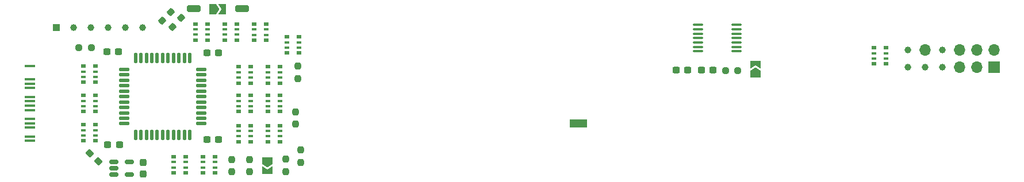
<source format=gbr>
%TF.GenerationSoftware,KiCad,Pcbnew,(6.0.4)*%
%TF.CreationDate,2022-06-19T08:58:44+02:00*%
%TF.ProjectId,n64rgb_v3,6e363472-6762-45f7-9633-2e6b69636164,20220523*%
%TF.SameCoordinates,Original*%
%TF.FileFunction,Soldermask,Top*%
%TF.FilePolarity,Negative*%
%FSLAX46Y46*%
G04 Gerber Fmt 4.6, Leading zero omitted, Abs format (unit mm)*
G04 Created by KiCad (PCBNEW (6.0.4)) date 2022-06-19 08:58:44*
%MOMM*%
%LPD*%
G01*
G04 APERTURE LIST*
G04 Aperture macros list*
%AMRoundRect*
0 Rectangle with rounded corners*
0 $1 Rounding radius*
0 $2 $3 $4 $5 $6 $7 $8 $9 X,Y pos of 4 corners*
0 Add a 4 corners polygon primitive as box body*
4,1,4,$2,$3,$4,$5,$6,$7,$8,$9,$2,$3,0*
0 Add four circle primitives for the rounded corners*
1,1,$1+$1,$2,$3*
1,1,$1+$1,$4,$5*
1,1,$1+$1,$6,$7*
1,1,$1+$1,$8,$9*
0 Add four rect primitives between the rounded corners*
20,1,$1+$1,$2,$3,$4,$5,0*
20,1,$1+$1,$4,$5,$6,$7,0*
20,1,$1+$1,$6,$7,$8,$9,0*
20,1,$1+$1,$8,$9,$2,$3,0*%
%AMFreePoly0*
4,1,6,1.000000,0.000000,0.500000,-0.750000,-0.500000,-0.750000,-0.500000,0.750000,0.500000,0.750000,1.000000,0.000000,1.000000,0.000000,$1*%
%AMFreePoly1*
4,1,6,0.500000,-0.750000,-0.650000,-0.750000,-0.150000,0.000000,-0.650000,0.750000,0.500000,0.750000,0.500000,-0.750000,0.500000,-0.750000,$1*%
G04 Aperture macros list end*
%ADD10C,1.200000*%
%ADD11R,2.540000X1.270000*%
%ADD12RoundRect,0.237500X-0.300000X-0.237500X0.300000X-0.237500X0.300000X0.237500X-0.300000X0.237500X0*%
%ADD13FreePoly0,270.000000*%
%ADD14FreePoly1,270.000000*%
%ADD15RoundRect,0.237500X-0.008839X-0.344715X0.344715X0.008839X0.008839X0.344715X-0.344715X-0.008839X0*%
%ADD16R,0.800000X0.500000*%
%ADD17R,0.800000X0.400000*%
%ADD18RoundRect,0.237500X-0.237500X0.250000X-0.237500X-0.250000X0.237500X-0.250000X0.237500X0.250000X0*%
%ADD19R,1.000000X1.000000*%
%ADD20RoundRect,0.237500X-0.237500X0.300000X-0.237500X-0.300000X0.237500X-0.300000X0.237500X0.300000X0*%
%ADD21RoundRect,0.100000X-0.637500X-0.100000X0.637500X-0.100000X0.637500X0.100000X-0.637500X0.100000X0*%
%ADD22C,1.000000*%
%ADD23RoundRect,0.237500X-0.250000X-0.237500X0.250000X-0.237500X0.250000X0.237500X-0.250000X0.237500X0*%
%ADD24RoundRect,0.237500X0.008839X0.344715X-0.344715X-0.008839X-0.008839X-0.344715X0.344715X0.008839X0*%
%ADD25RoundRect,0.137500X0.137500X-0.600000X0.137500X0.600000X-0.137500X0.600000X-0.137500X-0.600000X0*%
%ADD26RoundRect,0.137500X0.600000X-0.137500X0.600000X0.137500X-0.600000X0.137500X-0.600000X-0.137500X0*%
%ADD27RoundRect,0.237500X0.300000X0.237500X-0.300000X0.237500X-0.300000X-0.237500X0.300000X-0.237500X0*%
%ADD28RoundRect,0.237500X0.237500X-0.250000X0.237500X0.250000X-0.237500X0.250000X-0.237500X-0.250000X0*%
%ADD29FreePoly0,0.000000*%
%ADD30FreePoly1,0.000000*%
%ADD31R,1.700000X1.700000*%
%ADD32O,1.700000X1.700000*%
%ADD33FreePoly0,90.000000*%
%ADD34FreePoly1,90.000000*%
%ADD35RoundRect,0.250000X0.750000X-0.250000X0.750000X0.250000X-0.750000X0.250000X-0.750000X-0.250000X0*%
%ADD36RoundRect,0.237500X0.380070X-0.044194X-0.044194X0.380070X-0.380070X0.044194X0.044194X-0.380070X0*%
%ADD37R,1.350000X0.450000*%
%ADD38C,0.450000*%
%ADD39RoundRect,0.150000X-0.512500X-0.150000X0.512500X-0.150000X0.512500X0.150000X-0.512500X0.150000X0*%
G04 APERTURE END LIST*
D10*
%TO.C,X3*%
X112013879Y-127378000D03*
D11*
X111418879Y-127378000D03*
D10*
X110743879Y-127378000D03*
%TD*%
D12*
%TO.C,C1*%
X56668500Y-129794000D03*
X58393500Y-129794000D03*
%TD*%
D13*
%TO.C,JP9*%
X65600000Y-132895000D03*
D14*
X65600000Y-134345000D03*
%TD*%
D15*
%TO.C,R3*%
X50104765Y-112245235D03*
X51395235Y-110954765D03*
%TD*%
D16*
%TO.C,RN14*%
X65648000Y-127705000D03*
D17*
X65648000Y-128505000D03*
X65648000Y-129305000D03*
D16*
X65648000Y-130105000D03*
X67448000Y-130105000D03*
D17*
X67448000Y-129305000D03*
X67448000Y-128505000D03*
D16*
X67448000Y-127705000D03*
%TD*%
%TO.C,RN12*%
X61330000Y-127705000D03*
D17*
X61330000Y-128505000D03*
X61330000Y-129305000D03*
D16*
X61330000Y-130105000D03*
X63130000Y-130105000D03*
D17*
X63130000Y-129305000D03*
X63130000Y-128505000D03*
D16*
X63130000Y-127705000D03*
%TD*%
%TO.C,RN10*%
X65648000Y-119045000D03*
D17*
X65648000Y-119845000D03*
X65648000Y-120645000D03*
D16*
X65648000Y-121445000D03*
X67448000Y-121445000D03*
D17*
X67448000Y-120645000D03*
X67448000Y-119845000D03*
D16*
X67448000Y-119045000D03*
%TD*%
%TO.C,RN2*%
X38470000Y-123260000D03*
D17*
X38470000Y-124060000D03*
X38470000Y-124860000D03*
D16*
X38470000Y-125660000D03*
X40270000Y-125660000D03*
D17*
X40270000Y-124860000D03*
X40270000Y-124060000D03*
D16*
X40270000Y-123260000D03*
%TD*%
%TO.C,RN16*%
X154878200Y-116240000D03*
D17*
X154878200Y-117040000D03*
X154878200Y-117840000D03*
D16*
X154878200Y-118640000D03*
X156678200Y-118640000D03*
D17*
X156678200Y-117840000D03*
X156678200Y-117040000D03*
D16*
X156678200Y-116240000D03*
%TD*%
D18*
%TO.C,R9*%
X62920000Y-132707500D03*
X62920000Y-134532500D03*
%TD*%
%TO.C,R4*%
X70104000Y-118975500D03*
X70104000Y-120800500D03*
%TD*%
D19*
%TO.C,J1*%
X34544000Y-113284000D03*
%TD*%
D20*
%TO.C,C8*%
X47300000Y-133137500D03*
X47300000Y-134862500D03*
%TD*%
D16*
%TO.C,RN13*%
X51800000Y-132300000D03*
D17*
X51800000Y-133100000D03*
X51800000Y-133900000D03*
D16*
X51800000Y-134700000D03*
X53600000Y-134700000D03*
D17*
X53600000Y-133900000D03*
X53600000Y-133100000D03*
D16*
X53600000Y-132300000D03*
%TD*%
D12*
%TO.C,C4*%
X56668500Y-116967000D03*
X58393500Y-116967000D03*
%TD*%
D21*
%TO.C,U2*%
X128963500Y-112858000D03*
X128963500Y-113508000D03*
X128963500Y-114158000D03*
X128963500Y-114808000D03*
X128963500Y-115458000D03*
X128963500Y-116108000D03*
X128963500Y-116758000D03*
X134688500Y-116758000D03*
X134688500Y-116108000D03*
X134688500Y-115458000D03*
X134688500Y-114808000D03*
X134688500Y-114158000D03*
X134688500Y-113508000D03*
X134688500Y-112858000D03*
%TD*%
D22*
%TO.C,J5*%
X44704000Y-113284000D03*
%TD*%
D23*
%TO.C,R10*%
X133021700Y-119583200D03*
X134846700Y-119583200D03*
%TD*%
D24*
%TO.C,R2*%
X52895235Y-111854765D03*
X51604765Y-113145235D03*
%TD*%
D22*
%TO.C,J2*%
X37084000Y-113284000D03*
%TD*%
%TO.C,J3*%
X39624000Y-113284000D03*
%TD*%
D18*
%TO.C,R8*%
X68300000Y-132687500D03*
X68300000Y-134512500D03*
%TD*%
D25*
%TO.C,U1*%
X46165000Y-129106500D03*
X46965000Y-129106500D03*
X47765000Y-129106500D03*
X48565000Y-129106500D03*
X49365000Y-129106500D03*
X50165000Y-129106500D03*
X50965000Y-129106500D03*
X51765000Y-129106500D03*
X52565000Y-129106500D03*
X53365000Y-129106500D03*
X54165000Y-129106500D03*
D26*
X55827500Y-127444000D03*
X55827500Y-126644000D03*
X55827500Y-125844000D03*
X55827500Y-125044000D03*
X55827500Y-124244000D03*
X55827500Y-123444000D03*
X55827500Y-122644000D03*
X55827500Y-121844000D03*
X55827500Y-121044000D03*
X55827500Y-120244000D03*
X55827500Y-119444000D03*
D25*
X54165000Y-117781500D03*
X53365000Y-117781500D03*
X52565000Y-117781500D03*
X51765000Y-117781500D03*
X50965000Y-117781500D03*
X50165000Y-117781500D03*
X49365000Y-117781500D03*
X48565000Y-117781500D03*
X47765000Y-117781500D03*
X46965000Y-117781500D03*
X46165000Y-117781500D03*
D26*
X44502500Y-119444000D03*
X44502500Y-120244000D03*
X44502500Y-121044000D03*
X44502500Y-121844000D03*
X44502500Y-122644000D03*
X44502500Y-123444000D03*
X44502500Y-124244000D03*
X44502500Y-125044000D03*
X44502500Y-125844000D03*
X44502500Y-126644000D03*
X44502500Y-127444000D03*
%TD*%
D18*
%TO.C,R6*%
X60350000Y-132707500D03*
X60350000Y-134532500D03*
%TD*%
D22*
%TO.C,J4*%
X42164000Y-113284000D03*
%TD*%
D27*
%TO.C,C5*%
X127481500Y-119557800D03*
X125756500Y-119557800D03*
%TD*%
D16*
%TO.C,RN3*%
X38470000Y-127578000D03*
D17*
X38470000Y-128378000D03*
X38470000Y-129178000D03*
D16*
X38470000Y-129978000D03*
X40270000Y-129978000D03*
D17*
X40270000Y-129178000D03*
X40270000Y-128378000D03*
D16*
X40270000Y-127578000D03*
%TD*%
%TO.C,RN9*%
X61330000Y-123260000D03*
D17*
X61330000Y-124060000D03*
X61330000Y-124860000D03*
D16*
X61330000Y-125660000D03*
X63130000Y-125660000D03*
D17*
X63130000Y-124860000D03*
X63130000Y-124060000D03*
D16*
X63130000Y-123260000D03*
%TD*%
%TO.C,RN11*%
X65650000Y-123260000D03*
D17*
X65650000Y-124060000D03*
X65650000Y-124860000D03*
D16*
X65650000Y-125660000D03*
X67450000Y-125660000D03*
D17*
X67450000Y-124860000D03*
X67450000Y-124060000D03*
D16*
X67450000Y-123260000D03*
%TD*%
D22*
%TO.C,J6*%
X47244000Y-113284000D03*
%TD*%
D16*
%TO.C,RN8*%
X61330000Y-119045000D03*
D17*
X61330000Y-119845000D03*
X61330000Y-120645000D03*
D16*
X61330000Y-121445000D03*
X63130000Y-121445000D03*
D17*
X63130000Y-120645000D03*
X63130000Y-119845000D03*
D16*
X63130000Y-119045000D03*
%TD*%
D28*
%TO.C,R7*%
X70500000Y-133162500D03*
X70500000Y-131337500D03*
%TD*%
D16*
%TO.C,RN4*%
X54980000Y-112719000D03*
D17*
X54980000Y-113519000D03*
X54980000Y-114319000D03*
D16*
X54980000Y-115119000D03*
X56780000Y-115119000D03*
D17*
X56780000Y-114319000D03*
X56780000Y-113519000D03*
D16*
X56780000Y-112719000D03*
%TD*%
D12*
%TO.C,C6*%
X129515700Y-119557800D03*
X131240700Y-119557800D03*
%TD*%
D16*
%TO.C,RN1*%
X38470000Y-118942000D03*
D17*
X38470000Y-119742000D03*
X38470000Y-120542000D03*
D16*
X38470000Y-121342000D03*
X40270000Y-121342000D03*
D17*
X40270000Y-120542000D03*
X40270000Y-119742000D03*
D16*
X40270000Y-118942000D03*
%TD*%
D18*
%TO.C,R5*%
X69723000Y-125683000D03*
X69723000Y-127508000D03*
%TD*%
D27*
%TO.C,C2*%
X43661500Y-116840000D03*
X41936500Y-116840000D03*
%TD*%
D16*
%TO.C,RN5*%
X63616000Y-112741000D03*
D17*
X63616000Y-113541000D03*
X63616000Y-114341000D03*
D16*
X63616000Y-115141000D03*
X65416000Y-115141000D03*
D17*
X65416000Y-114341000D03*
X65416000Y-113541000D03*
D16*
X65416000Y-112741000D03*
%TD*%
%TO.C,RN7*%
X68442000Y-114624000D03*
D17*
X68442000Y-115424000D03*
X68442000Y-116224000D03*
D16*
X68442000Y-117024000D03*
X70242000Y-117024000D03*
D17*
X70242000Y-116224000D03*
X70242000Y-115424000D03*
D16*
X70242000Y-114624000D03*
%TD*%
D29*
%TO.C,JP7*%
X57568000Y-110566200D03*
D30*
X59018000Y-110566200D03*
%TD*%
D27*
%TO.C,C3*%
X43812500Y-130500000D03*
X42087500Y-130500000D03*
%TD*%
D22*
%TO.C,X2*%
X164963200Y-119118200D03*
X162423200Y-119118200D03*
X164963200Y-116578200D03*
X159883200Y-116578200D03*
X159883200Y-119118200D03*
D31*
X172583200Y-119118200D03*
D32*
X172583200Y-116578200D03*
X170043200Y-119118200D03*
X170043200Y-116578200D03*
X167503200Y-119118200D03*
X167503200Y-116578200D03*
X162423200Y-116578200D03*
%TD*%
D16*
%TO.C,RN6*%
X59298000Y-112719000D03*
D17*
X59298000Y-113519000D03*
X59298000Y-114319000D03*
D16*
X59298000Y-115119000D03*
X61098000Y-115119000D03*
D17*
X61098000Y-114319000D03*
X61098000Y-113519000D03*
D16*
X61098000Y-112719000D03*
%TD*%
%TO.C,RN15*%
X56099000Y-132300000D03*
D17*
X56099000Y-133100000D03*
X56099000Y-133900000D03*
D16*
X56099000Y-134700000D03*
X57899000Y-134700000D03*
D17*
X57899000Y-133900000D03*
X57899000Y-133100000D03*
D16*
X57899000Y-132300000D03*
%TD*%
D33*
%TO.C,JP10*%
X137464800Y-120155800D03*
D34*
X137464800Y-118705800D03*
%TD*%
D35*
%TO.C,J7*%
X54787800Y-110438344D03*
%TD*%
D23*
%TO.C,R1*%
X37822500Y-116205000D03*
X39647500Y-116205000D03*
%TD*%
D36*
%TO.C,C7*%
X40659880Y-133009880D03*
X39440120Y-131790120D03*
%TD*%
D35*
%TO.C,J8*%
X61899800Y-110428772D03*
%TD*%
D37*
%TO.C,X1*%
X30705000Y-129972500D03*
D38*
X30705000Y-129972500D03*
X30030000Y-129972500D03*
X30705000Y-129322500D03*
D37*
X30705000Y-129322500D03*
D38*
X30030000Y-129322500D03*
X30705000Y-128022500D03*
X30030000Y-128022500D03*
D37*
X30705000Y-128022500D03*
D38*
X30030000Y-127372500D03*
X30705000Y-127372500D03*
D37*
X30705000Y-127372500D03*
D38*
X30705000Y-126722500D03*
D37*
X30705000Y-126722500D03*
D38*
X30030000Y-126722500D03*
X30030000Y-125422500D03*
D37*
X30705000Y-125422500D03*
D38*
X30705000Y-125422500D03*
X30030000Y-124772500D03*
D37*
X30705000Y-124772500D03*
D38*
X30705000Y-124772500D03*
D37*
X30705000Y-124122500D03*
D38*
X30030000Y-124122500D03*
X30705000Y-124122500D03*
X30705000Y-123472500D03*
X30030000Y-123472500D03*
D37*
X30705000Y-123472500D03*
X30705000Y-122172500D03*
D38*
X30030000Y-122172500D03*
X30705000Y-122172500D03*
X30030000Y-121522500D03*
D37*
X30705000Y-121522500D03*
D38*
X30705000Y-121522500D03*
D37*
X30705000Y-120872500D03*
D38*
X30705000Y-120872500D03*
X30030000Y-120872500D03*
D37*
X30705000Y-118922500D03*
D38*
X30705000Y-118922500D03*
X30030000Y-118922500D03*
%TD*%
D39*
%TO.C,U3*%
X42962500Y-133050000D03*
X42962500Y-134000000D03*
X42962500Y-134950000D03*
X45237500Y-134950000D03*
X45237500Y-133050000D03*
%TD*%
M02*

</source>
